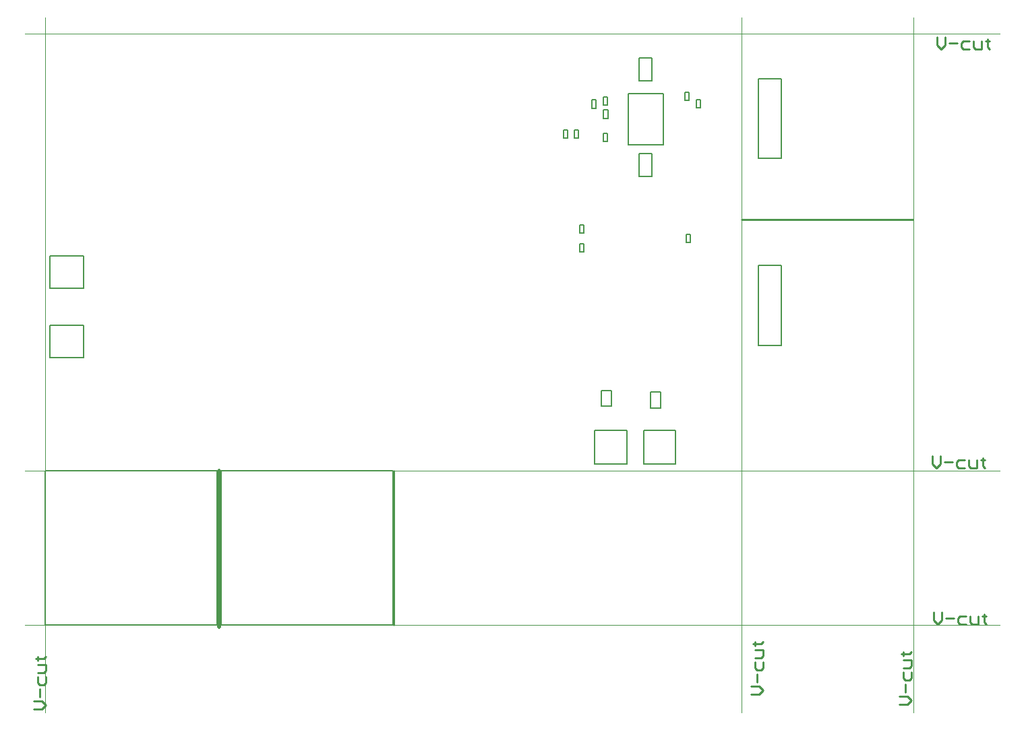
<source format=gbr>
%TF.GenerationSoftware,Altium Limited,Altium Designer,24.2.2 (26)*%
G04 Layer_Color=8388736*
%FSLAX45Y45*%
%MOMM*%
%TF.SameCoordinates,E03CB206-BB87-4E68-BEA4-A169BFC7E2EA*%
%TF.FilePolarity,Positive*%
%TF.FileFunction,Other,Board_Shape*%
%TF.Part,CustomerPanel*%
G01*
G75*
%TA.AperFunction,NonConductor*%
%ADD43C,0.20000*%
%ADD48C,0.15000*%
%ADD50C,0.25400*%
%ADD66C,0.07620*%
%ADD67C,0.50800*%
D43*
X9212360Y4615560D02*
X9502360D01*
Y5615560D02*
Y4615560D01*
X9212360Y5615560D02*
X9502360D01*
X9212360D02*
Y4615560D01*
X316083Y5734319D02*
X741081D01*
X316083Y5334320D02*
Y5734319D01*
Y5334320D02*
X741081D01*
Y5734319D01*
X316083Y4863780D02*
X741081D01*
X316083Y4463781D02*
Y4863780D01*
Y4463781D02*
X741081D01*
Y4863780D01*
X7772720Y3120243D02*
Y3545241D01*
Y3120243D02*
X8172719D01*
Y3545241D01*
X7772720D02*
X8172719D01*
X7160920Y3119979D02*
Y3544981D01*
Y3119979D02*
X7560920D01*
Y3544981D01*
X7160920D02*
X7560920D01*
X7577800Y7132117D02*
Y7782118D01*
Y7132117D02*
X8017800D01*
Y7782118D01*
X7577800D02*
X8017800D01*
X7877800Y7939496D02*
Y8229498D01*
X7717800D02*
X7877800D01*
X7717800Y7939496D02*
Y8229498D01*
Y7939496D02*
X7877800D01*
X6769501Y7221698D02*
X6819499D01*
Y7321697D01*
X6769501D02*
X6819499D01*
X6769501Y7221698D02*
Y7321697D01*
X6906661D02*
X6956659D01*
X6906661Y7221698D02*
Y7321697D01*
Y7221698D02*
X6956659D01*
Y7321697D01*
X8438281Y7700157D02*
X8488279D01*
X8438281Y7600158D02*
Y7700157D01*
Y7600158D02*
X8488279D01*
Y7700157D01*
X7269922Y7467478D02*
X7324918D01*
Y7572477D01*
X7269922D02*
X7324918D01*
X7269922Y7467478D02*
Y7572477D01*
X7264801Y7281459D02*
X7314799D01*
X7264801Y7181459D02*
Y7281459D01*
Y7181459D02*
X7314799D01*
Y7281459D01*
X7122602Y7698217D02*
X7177598D01*
X7122602Y7593218D02*
Y7698217D01*
Y7593218D02*
X7177598D01*
Y7698217D01*
X8290961Y7696271D02*
X8340959D01*
Y7796271D01*
X8290961D02*
X8340959D01*
X8290961Y7696271D02*
Y7796271D01*
X7264801Y7638258D02*
X7314799D01*
Y7738257D01*
X7264801D02*
X7314799D01*
X7264801Y7638258D02*
Y7738257D01*
X7717800Y6735536D02*
Y7025538D01*
Y6735536D02*
X7877800D01*
Y7025538D01*
X7717800D02*
X7877800D01*
X6972701Y5786923D02*
X7022699D01*
Y5886922D01*
X6972701D02*
X7022699D01*
X6972701Y5786923D02*
Y5886922D01*
Y6025276D02*
X7022699D01*
Y6125276D01*
X6972701D02*
X7022699D01*
X6972701Y6025276D02*
Y6125276D01*
X8311281Y5905896D02*
X8361279D01*
Y6005896D01*
X8311281D02*
X8361279D01*
X8311281Y5905896D02*
Y6005896D01*
X7862301Y4026840D02*
X7987299D01*
X7862301Y3826840D02*
Y4026840D01*
Y3826840D02*
X7987299D01*
Y4026840D01*
X7242541Y4045798D02*
X7367539D01*
X7242541Y3845799D02*
Y4045798D01*
Y3845799D02*
X7367539D01*
Y4045798D01*
X9212360Y6965060D02*
X9502360D01*
Y7965060D02*
Y6965060D01*
X9212360Y7965060D02*
X9502360D01*
X9212360D02*
Y6965060D01*
D48*
X253594Y3037987D02*
X2412594D01*
X253594Y1094887D02*
Y3037987D01*
Y1094887D02*
X2412594D01*
Y3037987D01*
X2463394D02*
X4622394D01*
X2463394Y1094887D02*
Y3037987D01*
Y1094887D02*
X4622394D01*
Y3037987D01*
D50*
X9001760Y6195060D02*
X11155680D01*
X4635500Y1094740D02*
Y3037840D01*
X10988089Y96520D02*
X11089657D01*
X11140440Y147303D01*
X11089657Y198087D01*
X10988089D01*
X11064265Y248871D02*
Y350438D01*
X11038873Y502789D02*
Y426613D01*
X11064265Y401221D01*
X11115048D01*
X11140440Y426613D01*
Y502789D01*
X11038873Y553572D02*
X11115048D01*
X11140440Y578964D01*
Y655139D01*
X11038873D01*
X11013481Y731315D02*
X11038873D01*
Y705923D01*
Y756706D01*
Y731315D01*
X11115048D01*
X11140440Y756706D01*
X11417300Y1257251D02*
Y1155683D01*
X11468083Y1104900D01*
X11518867Y1155683D01*
Y1257251D01*
X11569651Y1181075D02*
X11671218D01*
X11823569Y1206467D02*
X11747393D01*
X11722001Y1181075D01*
Y1130292D01*
X11747393Y1104900D01*
X11823569D01*
X11874352Y1206467D02*
Y1130292D01*
X11899744Y1104900D01*
X11975919D01*
Y1206467D01*
X12052095Y1231859D02*
Y1206467D01*
X12026703D01*
X12077486D01*
X12052095D01*
Y1130292D01*
X12077486Y1104900D01*
X111809Y43180D02*
X213377D01*
X264160Y93963D01*
X213377Y144747D01*
X111809D01*
X187985Y195531D02*
Y297098D01*
X162593Y449449D02*
Y373273D01*
X187985Y347881D01*
X238768D01*
X264160Y373273D01*
Y449449D01*
X162593Y500232D02*
X238768D01*
X264160Y525624D01*
Y601799D01*
X162593D01*
X137201Y677975D02*
X162593D01*
Y652583D01*
Y703366D01*
Y677975D01*
X238768D01*
X264160Y703366D01*
X11455400Y8493711D02*
Y8392143D01*
X11506183Y8341360D01*
X11556967Y8392143D01*
Y8493711D01*
X11607751Y8417535D02*
X11709318D01*
X11861669Y8442927D02*
X11785493D01*
X11760101Y8417535D01*
Y8366752D01*
X11785493Y8341360D01*
X11861669D01*
X11912452Y8442927D02*
Y8366752D01*
X11937844Y8341360D01*
X12014019D01*
Y8442927D01*
X12090195Y8468319D02*
Y8442927D01*
X12064803D01*
X12115586D01*
X12090195D01*
Y8366752D01*
X12115586Y8341360D01*
X9118649Y226060D02*
X9220217D01*
X9271000Y276843D01*
X9220217Y327627D01*
X9118649D01*
X9194825Y378411D02*
Y479978D01*
X9169433Y632329D02*
Y556153D01*
X9194825Y530761D01*
X9245608D01*
X9271000Y556153D01*
Y632329D01*
X9169433Y683112D02*
X9245608D01*
X9271000Y708504D01*
Y784679D01*
X9169433D01*
X9144041Y860855D02*
X9169433D01*
Y835463D01*
Y886246D01*
Y860855D01*
X9245608D01*
X9271000Y886246D01*
X11399520Y3223211D02*
Y3121643D01*
X11450303Y3070860D01*
X11501087Y3121643D01*
Y3223211D01*
X11551871Y3147035D02*
X11653438D01*
X11805789Y3172427D02*
X11729613D01*
X11704221Y3147035D01*
Y3096252D01*
X11729613Y3070860D01*
X11805789D01*
X11856572Y3172427D02*
Y3096252D01*
X11881964Y3070860D01*
X11958139D01*
Y3172427D01*
X12034315Y3197819D02*
Y3172427D01*
X12008923D01*
X12059706D01*
X12034315D01*
Y3096252D01*
X12059706Y3070860D01*
D66*
X11160760Y0D02*
Y8737600D01*
X9001760Y0D02*
Y8737600D01*
X0Y1094740D02*
X12242800D01*
X0Y8531860D02*
X12242800D01*
X254000Y0D02*
Y8737600D01*
X0Y3037840D02*
X12242800D01*
D67*
X2438400Y1074420D02*
Y3035300D01*
%TF.MD5,0567c5f79f808ae1ad11c187592964ae*%
M02*

</source>
